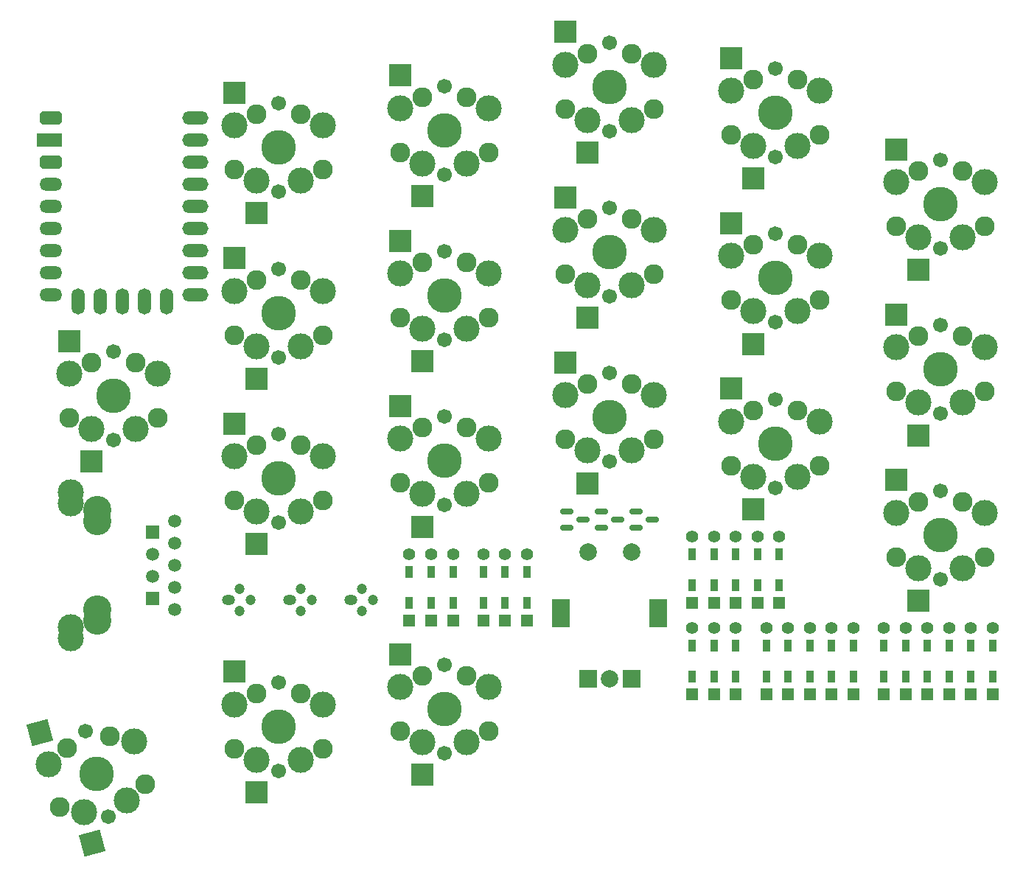
<source format=gbr>
%TF.GenerationSoftware,KiCad,Pcbnew,9.0.4*%
%TF.CreationDate,2025-10-31T22:45:31+09:00*%
%TF.ProjectId,KeeNoard-SMD,4b65654e-6f61-4726-942d-534d442e6b69,rev?*%
%TF.SameCoordinates,Original*%
%TF.FileFunction,Soldermask,Bot*%
%TF.FilePolarity,Negative*%
%FSLAX46Y46*%
G04 Gerber Fmt 4.6, Leading zero omitted, Abs format (unit mm)*
G04 Created by KiCad (PCBNEW 9.0.4) date 2025-10-31 22:45:31*
%MOMM*%
%LPD*%
G01*
G04 APERTURE LIST*
G04 Aperture macros list*
%AMRoundRect*
0 Rectangle with rounded corners*
0 $1 Rounding radius*
0 $2 $3 $4 $5 $6 $7 $8 $9 X,Y pos of 4 corners*
0 Add a 4 corners polygon primitive as box body*
4,1,4,$2,$3,$4,$5,$6,$7,$8,$9,$2,$3,0*
0 Add four circle primitives for the rounded corners*
1,1,$1+$1,$2,$3*
1,1,$1+$1,$4,$5*
1,1,$1+$1,$6,$7*
1,1,$1+$1,$8,$9*
0 Add four rect primitives between the rounded corners*
20,1,$1+$1,$2,$3,$4,$5,0*
20,1,$1+$1,$4,$5,$6,$7,0*
20,1,$1+$1,$6,$7,$8,$9,0*
20,1,$1+$1,$8,$9,$2,$3,0*%
%AMRotRect*
0 Rectangle, with rotation*
0 The origin of the aperture is its center*
0 $1 length*
0 $2 width*
0 $3 Rotation angle, in degrees counterclockwise*
0 Add horizontal line*
21,1,$1,$2,0,0,$3*%
%AMOutline5P*
0 Free polygon, 5 corners , with rotation*
0 The origin of the aperture is its center*
0 number of corners: always 5*
0 $1 to $10 corner X, Y*
0 $11 Rotation angle, in degrees counterclockwise*
0 create outline with 5 corners*
4,1,5,$1,$2,$3,$4,$5,$6,$7,$8,$9,$10,$1,$2,$11*%
%AMOutline6P*
0 Free polygon, 6 corners , with rotation*
0 The origin of the aperture is its center*
0 number of corners: always 6*
0 $1 to $12 corner X, Y*
0 $13 Rotation angle, in degrees counterclockwise*
0 create outline with 6 corners*
4,1,6,$1,$2,$3,$4,$5,$6,$7,$8,$9,$10,$11,$12,$1,$2,$13*%
%AMOutline7P*
0 Free polygon, 7 corners , with rotation*
0 The origin of the aperture is its center*
0 number of corners: always 7*
0 $1 to $14 corner X, Y*
0 $15 Rotation angle, in degrees counterclockwise*
0 create outline with 7 corners*
4,1,7,$1,$2,$3,$4,$5,$6,$7,$8,$9,$10,$11,$12,$13,$14,$1,$2,$15*%
%AMOutline8P*
0 Free polygon, 8 corners , with rotation*
0 The origin of the aperture is its center*
0 number of corners: always 8*
0 $1 to $16 corner X, Y*
0 $17 Rotation angle, in degrees counterclockwise*
0 create outline with 8 corners*
4,1,8,$1,$2,$3,$4,$5,$6,$7,$8,$9,$10,$11,$12,$13,$14,$15,$16,$1,$2,$17*%
G04 Aperture macros list end*
%ADD10R,1.397000X1.397000*%
%ADD11R,0.940000X1.400000*%
%ADD12C,1.397000*%
%ADD13C,1.200000*%
%ADD14O,1.500000X1.200000*%
%ADD15R,2.000000X2.000000*%
%ADD16C,2.000000*%
%ADD17R,2.000000X3.200000*%
%ADD18C,1.701800*%
%ADD19C,3.000000*%
%ADD20C,3.987800*%
%ADD21R,2.500000X2.550000*%
%ADD22C,2.286000*%
%ADD23O,3.000000X1.500000*%
%ADD24O,1.500000X3.000000*%
%ADD25O,2.600000X1.500000*%
%ADD26Outline8P,-1.300000X0.450000X-1.000000X0.750000X1.000000X0.750000X1.300000X0.450000X1.300000X-0.450000X1.000000X-0.750000X-1.000000X-0.750000X-1.300000X-0.450000X0.000000*%
%ADD27R,3.000000X1.500000*%
%ADD28RoundRect,0.150000X0.587500X0.150000X-0.587500X0.150000X-0.587500X-0.150000X0.587500X-0.150000X0*%
%ADD29C,3.250000*%
%ADD30R,1.500000X1.500000*%
%ADD31C,1.500000*%
%ADD32RotRect,2.550000X2.500000X285.000000*%
G04 APERTURE END LIST*
D10*
%TO.C,D10*%
X117000000Y-102309999D03*
D11*
X116999998Y-100274998D03*
X117000002Y-96725002D03*
D12*
X117000000Y-94690001D03*
%TD*%
D10*
%TO.C,D+2*%
X81999998Y-93809999D03*
D11*
X82000000Y-91774998D03*
X81999996Y-88225002D03*
D12*
X81999998Y-86190001D03*
%TD*%
D10*
%TO.C,D11*%
X117000000Y-91809999D03*
D11*
X116999998Y-89774998D03*
X117000002Y-86225002D03*
D12*
X117000000Y-84190001D03*
%TD*%
D13*
%TO.C,Q1*%
X61270000Y-91500000D03*
X60000000Y-90230000D03*
X60000000Y-92770000D03*
D14*
X58730000Y-91500000D03*
%TD*%
D15*
%TO.C,SW20*%
X100000000Y-100500000D03*
X105000000Y-100500000D03*
D16*
X102500000Y-100500000D03*
X102500000Y-100500000D03*
D17*
X96900000Y-93000000D03*
X108100000Y-93000000D03*
D16*
X105000000Y-86000000D03*
X100000000Y-86000000D03*
%TD*%
D18*
%TO.C,SW6*%
X64500000Y-100920000D03*
D19*
X69580000Y-103460000D03*
X59420000Y-103460000D03*
D20*
X64500000Y-106000000D03*
D19*
X67040000Y-109810000D03*
X61960000Y-109810000D03*
D18*
X64500000Y-111080000D03*
D21*
X59420000Y-99710000D03*
D22*
X67040000Y-102190000D03*
X61960000Y-102190000D03*
X69580000Y-108540000D03*
X59420000Y-108540000D03*
D21*
X61960000Y-113560000D03*
%TD*%
D13*
%TO.C,Q2*%
X68270000Y-91500000D03*
X67000000Y-90230000D03*
X67000000Y-92770000D03*
D14*
X65730000Y-91500000D03*
%TD*%
D18*
%TO.C,SW3*%
X64500000Y-34420000D03*
D19*
X69580000Y-36960000D03*
X59420000Y-36960000D03*
D20*
X64500000Y-39500000D03*
D19*
X67040000Y-43310000D03*
X61960000Y-43310000D03*
D18*
X64500000Y-44580000D03*
D21*
X59420000Y-33210000D03*
D22*
X67040000Y-35690000D03*
X61960000Y-35690000D03*
X69580000Y-42040000D03*
X59420000Y-42040000D03*
D21*
X61960000Y-47060000D03*
%TD*%
D10*
%TO.C,D13*%
X141499996Y-102309996D03*
D11*
X141499994Y-100274995D03*
X141499998Y-96724999D03*
D12*
X141499996Y-94689998D03*
%TD*%
D18*
%TO.C,SW4*%
X64500000Y-53420000D03*
D19*
X69580000Y-55960000D03*
X59420000Y-55960000D03*
D20*
X64500000Y-58500000D03*
D19*
X67040000Y-62310000D03*
X61960000Y-62310000D03*
D18*
X64500000Y-63580000D03*
D21*
X59420000Y-52210000D03*
D22*
X67040000Y-54690000D03*
X61960000Y-54690000D03*
X69580000Y-61040000D03*
X59420000Y-61040000D03*
D21*
X61960000Y-66060000D03*
%TD*%
D10*
%TO.C,D14*%
X119499997Y-91810004D03*
D11*
X119499995Y-89775003D03*
X119499999Y-86225007D03*
D12*
X119499997Y-84190006D03*
%TD*%
D18*
%TO.C,SW13*%
X102500000Y-65420000D03*
D19*
X107580000Y-67960000D03*
X97420000Y-67960000D03*
D20*
X102500000Y-70500000D03*
D19*
X105040000Y-74310000D03*
X99960000Y-74310000D03*
D18*
X102500000Y-75580000D03*
D21*
X97420000Y-64210000D03*
D22*
X105040000Y-66690000D03*
X99960000Y-66690000D03*
X107580000Y-73040000D03*
X97420000Y-73040000D03*
D21*
X99960000Y-78060000D03*
%TD*%
D10*
%TO.C,D8*%
X123000000Y-102309999D03*
D11*
X122999998Y-100274998D03*
X123000002Y-96725002D03*
D12*
X123000000Y-94690001D03*
%TD*%
D23*
%TO.C,U1*%
X54870000Y-36090000D03*
X54870000Y-38630000D03*
X54870000Y-41170000D03*
X54870000Y-43710000D03*
X54870000Y-46250000D03*
X54870000Y-48790000D03*
X54870000Y-51330000D03*
X54870000Y-53870000D03*
X54870000Y-56410000D03*
D24*
X51580000Y-57160000D03*
X49040000Y-57160000D03*
X46500000Y-57160000D03*
X43960000Y-57160000D03*
X41420000Y-57160000D03*
D25*
X38330000Y-56410000D03*
X38330000Y-53870000D03*
X38330000Y-51330000D03*
X38330000Y-48790000D03*
X38330000Y-46250000D03*
X38330000Y-43710000D03*
D26*
X38330000Y-41170000D03*
D27*
X38130000Y-38630000D03*
D26*
X38330000Y-36090000D03*
%TD*%
D18*
%TO.C,SW5*%
X64500000Y-72420000D03*
D19*
X69580000Y-74960000D03*
X59420000Y-74960000D03*
D20*
X64500000Y-77500000D03*
D19*
X67040000Y-81310000D03*
X61960000Y-81310000D03*
D18*
X64500000Y-82580000D03*
D21*
X59420000Y-71210000D03*
D22*
X67040000Y-73690000D03*
X61960000Y-73690000D03*
X69580000Y-80040000D03*
X59420000Y-80040000D03*
D21*
X61960000Y-85060000D03*
%TD*%
D10*
%TO.C,D3*%
X112000001Y-91810002D03*
D11*
X111999999Y-89775001D03*
X112000003Y-86225005D03*
D12*
X112000001Y-84190004D03*
%TD*%
D10*
%TO.C,D4*%
X120500000Y-102309999D03*
D11*
X120499998Y-100274998D03*
X120500002Y-96725002D03*
D12*
X120500000Y-94690001D03*
%TD*%
D10*
%TO.C,D+3*%
X79499996Y-93809999D03*
D11*
X79499998Y-91774998D03*
X79499994Y-88225002D03*
D12*
X79499996Y-86190001D03*
%TD*%
D18*
%TO.C,SW12*%
X102500000Y-46420000D03*
D19*
X107580000Y-48960000D03*
X97420000Y-48960000D03*
D20*
X102500000Y-51500000D03*
D19*
X105040000Y-55310000D03*
X99960000Y-55310000D03*
D18*
X102500000Y-56580000D03*
D21*
X97420000Y-45210000D03*
D22*
X105040000Y-47690000D03*
X99960000Y-47690000D03*
X107580000Y-54040000D03*
X97420000Y-54040000D03*
D21*
X99960000Y-59060000D03*
%TD*%
D18*
%TO.C,SW15*%
X121500000Y-49420000D03*
D19*
X126580000Y-51960000D03*
X116420000Y-51960000D03*
D20*
X121500000Y-54500000D03*
D19*
X124040000Y-58310000D03*
X118960000Y-58310000D03*
D18*
X121500000Y-59580000D03*
D21*
X116420000Y-48210000D03*
D22*
X124040000Y-50690000D03*
X118960000Y-50690000D03*
X126580000Y-57040000D03*
X116420000Y-57040000D03*
D21*
X118960000Y-62060000D03*
%TD*%
D18*
%TO.C,SW10*%
X83500000Y-98920000D03*
D19*
X88580000Y-101460000D03*
X78420000Y-101460000D03*
D20*
X83500000Y-104000000D03*
D19*
X86040000Y-107810000D03*
X80960000Y-107810000D03*
D18*
X83500000Y-109080000D03*
D21*
X78420000Y-97710000D03*
D22*
X86040000Y-100190000D03*
X80960000Y-100190000D03*
X88580000Y-106540000D03*
X78420000Y-106540000D03*
D21*
X80960000Y-111560000D03*
%TD*%
D18*
%TO.C,SW19*%
X140500000Y-78920000D03*
D19*
X145580000Y-81460000D03*
X135420000Y-81460000D03*
D20*
X140500000Y-84000000D03*
D19*
X143040000Y-87810000D03*
X137960000Y-87810000D03*
D18*
X140500000Y-89080000D03*
D21*
X135420000Y-77710000D03*
D22*
X143040000Y-80190000D03*
X137960000Y-80190000D03*
X145580000Y-86540000D03*
X135420000Y-86540000D03*
D21*
X137960000Y-91560000D03*
%TD*%
D10*
%TO.C,D17*%
X121999998Y-91810003D03*
D11*
X121999996Y-89775002D03*
X122000000Y-86225006D03*
D12*
X121999998Y-84190005D03*
%TD*%
D18*
%TO.C,SW8*%
X83500000Y-51420000D03*
D19*
X88580000Y-53960000D03*
X78420000Y-53960000D03*
D20*
X83500000Y-56500000D03*
D19*
X86040000Y-60310000D03*
X80960000Y-60310000D03*
D18*
X83500000Y-61580000D03*
D21*
X78420000Y-50210000D03*
D22*
X86040000Y-52690000D03*
X80960000Y-52690000D03*
X88580000Y-59040000D03*
X78420000Y-59040000D03*
D21*
X80960000Y-64060000D03*
%TD*%
D10*
%TO.C,D+1*%
X84499997Y-93810001D03*
D11*
X84499999Y-91775000D03*
X84499995Y-88225004D03*
D12*
X84499997Y-86190003D03*
%TD*%
D18*
%TO.C,SW11*%
X102500000Y-27420000D03*
D19*
X107580000Y-29960000D03*
X97420000Y-29960000D03*
D20*
X102500000Y-32500000D03*
D19*
X105040000Y-36310000D03*
X99960000Y-36310000D03*
D18*
X102500000Y-37580000D03*
D21*
X97420000Y-26210000D03*
D22*
X105040000Y-28690000D03*
X99960000Y-28690000D03*
X107580000Y-35040000D03*
X97420000Y-35040000D03*
D21*
X99960000Y-40060000D03*
%TD*%
D28*
%TO.C,Q3*%
X107437500Y-82250000D03*
X107437500Y-82250000D03*
X105562500Y-83200000D03*
X105562500Y-83200000D03*
X105562500Y-81300000D03*
X105562500Y-81300000D03*
%TD*%
D29*
%TO.C,J2_RECV1*%
X43650000Y-81150000D03*
X43650000Y-82420000D03*
X43650000Y-92580000D03*
X43650000Y-93850000D03*
D30*
X50000000Y-83690000D03*
D31*
X52540000Y-84960000D03*
X50000000Y-86230000D03*
X52540000Y-87500000D03*
X50000000Y-88770000D03*
X52540000Y-90040000D03*
D30*
X50000000Y-91310000D03*
D31*
X52540000Y-82420000D03*
X52540000Y-92580000D03*
D19*
X40600000Y-79095000D03*
X40600000Y-80365000D03*
X40600000Y-94635000D03*
X40600000Y-95905000D03*
%TD*%
D10*
%TO.C,D6*%
X114500000Y-102309999D03*
D11*
X114499998Y-100274998D03*
X114500002Y-96725002D03*
D12*
X114500000Y-94690001D03*
%TD*%
D28*
%TO.C,Q2*%
X103437500Y-82250000D03*
X103437500Y-82250000D03*
X101562500Y-83200000D03*
X101562500Y-83200000D03*
X101562500Y-81300000D03*
X101562500Y-81300000D03*
%TD*%
D18*
%TO.C,SW16*%
X121500000Y-68420000D03*
D19*
X126580000Y-70960000D03*
X116420000Y-70960000D03*
D20*
X121500000Y-73500000D03*
D19*
X124040000Y-77310000D03*
X118960000Y-77310000D03*
D18*
X121500000Y-78580000D03*
D21*
X116420000Y-67210000D03*
D22*
X124040000Y-69690000D03*
X118960000Y-69690000D03*
X126580000Y-76040000D03*
X116420000Y-76040000D03*
D21*
X118960000Y-81060000D03*
%TD*%
D18*
%TO.C,SW9*%
X83500000Y-70420000D03*
D19*
X88580000Y-72960000D03*
X78420000Y-72960000D03*
D20*
X83500000Y-75500000D03*
D19*
X86040000Y-79310000D03*
X80960000Y-79310000D03*
D18*
X83500000Y-80580000D03*
D21*
X78420000Y-69210000D03*
D22*
X86040000Y-71690000D03*
X80960000Y-71690000D03*
X88580000Y-78040000D03*
X78420000Y-78040000D03*
D21*
X80960000Y-83060000D03*
%TD*%
D10*
%TO.C,D7*%
X114500001Y-91810002D03*
D11*
X114499999Y-89775001D03*
X114500003Y-86225005D03*
D12*
X114500001Y-84190004D03*
%TD*%
D18*
%TO.C,SW17*%
X140500000Y-40920000D03*
D19*
X145580000Y-43460000D03*
X135420000Y-43460000D03*
D20*
X140500000Y-46000000D03*
D19*
X143040000Y-49810000D03*
X137960000Y-49810000D03*
D18*
X140500000Y-51080000D03*
D21*
X135420000Y-39710000D03*
D22*
X143040000Y-42190000D03*
X137960000Y-42190000D03*
X145580000Y-48540000D03*
X135420000Y-48540000D03*
D21*
X137960000Y-53560000D03*
%TD*%
D10*
%TO.C,D16*%
X143999995Y-102310000D03*
D11*
X143999993Y-100274999D03*
X143999997Y-96725003D03*
D12*
X143999995Y-94690002D03*
%TD*%
D18*
%TO.C,SW1*%
X45500000Y-62920000D03*
D19*
X50580000Y-65460000D03*
X40420000Y-65460000D03*
D20*
X45500000Y-68000000D03*
D19*
X48040000Y-71810000D03*
X42960000Y-71810000D03*
D18*
X45500000Y-73080000D03*
D21*
X40420000Y-61710000D03*
D22*
X48040000Y-64190000D03*
X42960000Y-64190000D03*
X50580000Y-70540000D03*
X40420000Y-70540000D03*
D21*
X42960000Y-75560000D03*
%TD*%
D10*
%TO.C,D19*%
X146499998Y-102309997D03*
D11*
X146499996Y-100274996D03*
X146500000Y-96725000D03*
D12*
X146499998Y-94689999D03*
%TD*%
D10*
%TO.C,D9*%
X138999999Y-102309999D03*
D11*
X138999997Y-100274998D03*
X139000001Y-96725002D03*
D12*
X138999999Y-94690001D03*
%TD*%
D18*
%TO.C,SW7*%
X83500000Y-32420000D03*
D19*
X88580000Y-34960000D03*
X78420000Y-34960000D03*
D20*
X83500000Y-37500000D03*
D19*
X86040000Y-41310000D03*
X80960000Y-41310000D03*
D18*
X83500000Y-42580000D03*
D21*
X78420000Y-31210000D03*
D22*
X86040000Y-33690000D03*
X80960000Y-33690000D03*
X88580000Y-40040000D03*
X78420000Y-40040000D03*
D21*
X80960000Y-45060000D03*
%TD*%
D13*
%TO.C,Q3*%
X75270000Y-91500000D03*
X74000000Y-90230000D03*
X74000000Y-92770000D03*
D14*
X72730000Y-91500000D03*
%TD*%
D10*
%TO.C,D5*%
X136500000Y-102310002D03*
D11*
X136499998Y-100275001D03*
X136500002Y-96725005D03*
D12*
X136500000Y-94690004D03*
%TD*%
D18*
%TO.C,SW18*%
X140500000Y-59920000D03*
D19*
X145580000Y-62460000D03*
X135420000Y-62460000D03*
D20*
X140500000Y-65000000D03*
D19*
X143040000Y-68810000D03*
X137960000Y-68810000D03*
D18*
X140500000Y-70080000D03*
D21*
X135420000Y-58710000D03*
D22*
X143040000Y-61190000D03*
X137960000Y-61190000D03*
X145580000Y-67540000D03*
X135420000Y-67540000D03*
D21*
X137960000Y-72560000D03*
%TD*%
D18*
%TO.C,SW2*%
X42274870Y-106582690D03*
D19*
X47839174Y-107721341D03*
X38025367Y-110350942D03*
D20*
X43589671Y-111489593D03*
D19*
X47029223Y-114512370D03*
X42122320Y-115827171D03*
D18*
X44904472Y-116396496D03*
D32*
X37054796Y-106728720D03*
D22*
X45057022Y-107152015D03*
X40150119Y-108466816D03*
X49153975Y-112628244D03*
X39340168Y-115257845D03*
D32*
X43092891Y-119449393D03*
%TD*%
D18*
%TO.C,SW14*%
X121500000Y-30420000D03*
D19*
X126580000Y-32960000D03*
X116420000Y-32960000D03*
D20*
X121500000Y-35500000D03*
D19*
X124040000Y-39310000D03*
X118960000Y-39310000D03*
D18*
X121500000Y-40580000D03*
D21*
X116420000Y-29210000D03*
D22*
X124040000Y-31690000D03*
X118960000Y-31690000D03*
X126580000Y-38040000D03*
X116420000Y-38040000D03*
D21*
X118960000Y-43060000D03*
%TD*%
D28*
%TO.C,Q1*%
X99437500Y-82250000D03*
X99437500Y-82250000D03*
X97562500Y-83200000D03*
X97562500Y-83200000D03*
X97562500Y-81300000D03*
X97562500Y-81300000D03*
%TD*%
D10*
%TO.C,D1*%
X133999999Y-102309999D03*
D11*
X133999997Y-100274998D03*
X134000001Y-96725002D03*
D12*
X133999999Y-94690001D03*
%TD*%
D10*
%TO.C,D++1*%
X88000002Y-93810002D03*
D11*
X88000000Y-91775001D03*
X88000004Y-88225005D03*
D12*
X88000002Y-86190004D03*
%TD*%
D10*
%TO.C,D15*%
X127999999Y-102309999D03*
D11*
X127999997Y-100274998D03*
X128000001Y-96725002D03*
D12*
X127999999Y-94690001D03*
%TD*%
D10*
%TO.C,D12*%
X125500000Y-102309995D03*
D11*
X125499998Y-100274994D03*
X125500002Y-96724998D03*
D12*
X125500000Y-94689997D03*
%TD*%
D10*
%TO.C,D++2*%
X90500000Y-93809998D03*
D11*
X90499998Y-91774997D03*
X90500002Y-88225001D03*
D12*
X90500000Y-86190000D03*
%TD*%
D10*
%TO.C,D18*%
X130499999Y-102309995D03*
D11*
X130499997Y-100274994D03*
X130500001Y-96724998D03*
D12*
X130499999Y-94689997D03*
%TD*%
D10*
%TO.C,D++3*%
X93000004Y-93810000D03*
D11*
X93000002Y-91774999D03*
X93000006Y-88225003D03*
D12*
X93000004Y-86190002D03*
%TD*%
D10*
%TO.C,D2*%
X112000000Y-102309999D03*
D11*
X111999998Y-100274998D03*
X112000002Y-96725002D03*
D12*
X112000000Y-94690001D03*
%TD*%
M02*

</source>
